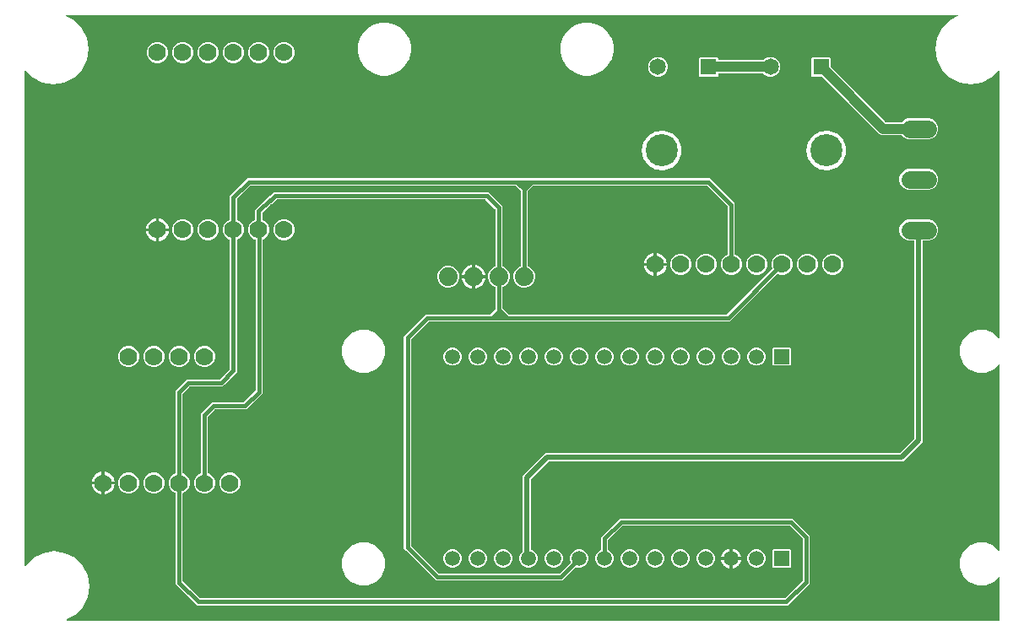
<source format=gbr>
G04 EAGLE Gerber RS-274X export*
G75*
%MOMM*%
%FSLAX34Y34*%
%LPD*%
%INTop Copper*%
%IPPOS*%
%AMOC8*
5,1,8,0,0,1.08239X$1,22.5*%
G01*
%ADD10C,1.879600*%
%ADD11C,1.778000*%
%ADD12R,1.508000X1.508000*%
%ADD13C,1.508000*%
%ADD14R,1.650000X1.650000*%
%ADD15C,1.650000*%
%ADD16C,1.790700*%
%ADD17C,3.216000*%
%ADD18C,0.406400*%
%ADD19C,0.508000*%
%ADD20C,1.016000*%

G36*
X1213364Y55915D02*
X1213364Y55915D01*
X1213389Y55912D01*
X1213484Y55934D01*
X1213581Y55950D01*
X1213602Y55962D01*
X1213626Y55968D01*
X1213710Y56019D01*
X1213796Y56065D01*
X1213813Y56083D01*
X1213834Y56096D01*
X1213896Y56172D01*
X1213963Y56243D01*
X1213973Y56266D01*
X1213989Y56285D01*
X1214023Y56376D01*
X1214064Y56466D01*
X1214066Y56490D01*
X1214075Y56513D01*
X1214089Y56660D01*
X1214089Y99211D01*
X1214077Y99284D01*
X1214075Y99357D01*
X1214058Y99403D01*
X1214050Y99452D01*
X1214015Y99517D01*
X1213989Y99585D01*
X1213958Y99624D01*
X1213935Y99667D01*
X1213881Y99717D01*
X1213834Y99774D01*
X1213793Y99800D01*
X1213757Y99834D01*
X1213690Y99864D01*
X1213627Y99903D01*
X1213579Y99914D01*
X1213534Y99935D01*
X1213461Y99942D01*
X1213390Y99959D01*
X1213341Y99954D01*
X1213291Y99959D01*
X1213220Y99942D01*
X1213147Y99935D01*
X1213102Y99915D01*
X1213054Y99904D01*
X1212991Y99865D01*
X1212924Y99835D01*
X1212868Y99788D01*
X1212846Y99775D01*
X1212836Y99762D01*
X1212810Y99741D01*
X1208058Y94989D01*
X1200189Y91729D01*
X1191671Y91729D01*
X1183802Y94989D01*
X1177779Y101012D01*
X1174519Y108881D01*
X1174519Y117399D01*
X1177779Y125268D01*
X1183802Y131291D01*
X1191671Y134551D01*
X1200189Y134551D01*
X1208058Y131291D01*
X1212810Y126539D01*
X1212870Y126496D01*
X1212924Y126446D01*
X1212968Y126426D01*
X1213009Y126397D01*
X1213079Y126376D01*
X1213146Y126345D01*
X1213195Y126340D01*
X1213242Y126326D01*
X1213315Y126328D01*
X1213389Y126321D01*
X1213437Y126332D01*
X1213486Y126334D01*
X1213555Y126360D01*
X1213626Y126376D01*
X1213668Y126403D01*
X1213714Y126420D01*
X1213771Y126466D01*
X1213834Y126505D01*
X1213865Y126543D01*
X1213903Y126575D01*
X1213942Y126637D01*
X1213989Y126694D01*
X1214006Y126740D01*
X1214032Y126782D01*
X1214049Y126853D01*
X1214075Y126922D01*
X1214082Y126995D01*
X1214088Y127019D01*
X1214086Y127036D01*
X1214089Y127069D01*
X1214089Y312611D01*
X1214077Y312684D01*
X1214075Y312757D01*
X1214058Y312803D01*
X1214050Y312852D01*
X1214015Y312917D01*
X1213989Y312985D01*
X1213958Y313024D01*
X1213935Y313067D01*
X1213881Y313117D01*
X1213834Y313174D01*
X1213793Y313200D01*
X1213757Y313234D01*
X1213690Y313264D01*
X1213627Y313303D01*
X1213579Y313314D01*
X1213534Y313335D01*
X1213461Y313342D01*
X1213390Y313359D01*
X1213341Y313354D01*
X1213291Y313359D01*
X1213220Y313342D01*
X1213147Y313335D01*
X1213102Y313315D01*
X1213054Y313304D01*
X1212991Y313265D01*
X1212924Y313235D01*
X1212868Y313188D01*
X1212846Y313175D01*
X1212836Y313162D01*
X1212810Y313141D01*
X1208058Y308389D01*
X1200189Y305129D01*
X1191671Y305129D01*
X1183802Y308389D01*
X1177779Y314412D01*
X1174519Y322281D01*
X1174519Y330799D01*
X1177779Y338668D01*
X1183802Y344691D01*
X1191671Y347951D01*
X1200189Y347951D01*
X1208058Y344691D01*
X1212810Y339939D01*
X1212870Y339896D01*
X1212924Y339846D01*
X1212968Y339826D01*
X1213009Y339797D01*
X1213079Y339776D01*
X1213146Y339745D01*
X1213195Y339740D01*
X1213242Y339726D01*
X1213315Y339728D01*
X1213389Y339721D01*
X1213437Y339732D01*
X1213486Y339734D01*
X1213555Y339760D01*
X1213626Y339776D01*
X1213668Y339803D01*
X1213714Y339820D01*
X1213771Y339866D01*
X1213834Y339905D01*
X1213865Y339943D01*
X1213903Y339975D01*
X1213942Y340037D01*
X1213989Y340094D01*
X1214006Y340140D01*
X1214032Y340182D01*
X1214049Y340253D01*
X1214075Y340322D01*
X1214082Y340395D01*
X1214088Y340419D01*
X1214086Y340436D01*
X1214089Y340469D01*
X1214089Y607572D01*
X1214077Y607645D01*
X1214075Y607718D01*
X1214058Y607764D01*
X1214050Y607813D01*
X1214015Y607878D01*
X1213989Y607946D01*
X1213958Y607985D01*
X1213935Y608028D01*
X1213881Y608078D01*
X1213834Y608135D01*
X1213793Y608161D01*
X1213757Y608195D01*
X1213690Y608225D01*
X1213627Y608264D01*
X1213579Y608275D01*
X1213534Y608296D01*
X1213461Y608303D01*
X1213390Y608320D01*
X1213341Y608315D01*
X1213291Y608320D01*
X1213220Y608303D01*
X1213147Y608296D01*
X1213102Y608276D01*
X1213054Y608265D01*
X1212991Y608226D01*
X1212924Y608196D01*
X1212868Y608149D01*
X1212846Y608136D01*
X1212836Y608123D01*
X1212810Y608102D01*
X1205787Y601078D01*
X1195876Y596029D01*
X1184890Y594289D01*
X1173904Y596029D01*
X1163993Y601078D01*
X1156128Y608943D01*
X1151079Y618854D01*
X1149339Y629840D01*
X1151079Y640826D01*
X1156128Y650737D01*
X1163993Y658602D01*
X1171983Y662672D01*
X1172038Y662713D01*
X1172099Y662745D01*
X1172136Y662785D01*
X1172179Y662817D01*
X1172218Y662873D01*
X1172265Y662924D01*
X1172288Y662973D01*
X1172319Y663017D01*
X1172338Y663083D01*
X1172366Y663146D01*
X1172372Y663200D01*
X1172387Y663252D01*
X1172383Y663320D01*
X1172390Y663389D01*
X1172378Y663441D01*
X1172376Y663495D01*
X1172351Y663559D01*
X1172335Y663626D01*
X1172306Y663672D01*
X1172287Y663723D01*
X1172243Y663775D01*
X1172206Y663834D01*
X1172164Y663868D01*
X1172130Y663909D01*
X1172071Y663945D01*
X1172018Y663989D01*
X1171967Y664008D01*
X1171921Y664036D01*
X1171854Y664051D01*
X1171790Y664075D01*
X1171706Y664083D01*
X1171682Y664088D01*
X1171669Y664087D01*
X1171643Y664089D01*
X278050Y664089D01*
X277983Y664078D01*
X277914Y664077D01*
X277863Y664058D01*
X277810Y664050D01*
X277749Y664017D01*
X277685Y663994D01*
X277642Y663960D01*
X277594Y663935D01*
X277548Y663884D01*
X277494Y663842D01*
X277465Y663796D01*
X277428Y663757D01*
X277399Y663694D01*
X277362Y663636D01*
X277349Y663584D01*
X277327Y663534D01*
X277320Y663466D01*
X277304Y663399D01*
X277308Y663345D01*
X277303Y663291D01*
X277318Y663225D01*
X277324Y663156D01*
X277346Y663107D01*
X277358Y663054D01*
X277394Y662995D01*
X277422Y662933D01*
X277458Y662892D01*
X277487Y662846D01*
X277540Y662803D01*
X277586Y662752D01*
X277656Y662707D01*
X277675Y662692D01*
X277688Y662687D01*
X277710Y662672D01*
X285857Y658522D01*
X293722Y650657D01*
X298771Y640746D01*
X300511Y629760D01*
X298771Y618774D01*
X293722Y608863D01*
X285857Y600998D01*
X275946Y595949D01*
X264960Y594209D01*
X253974Y595949D01*
X244063Y600998D01*
X237190Y607872D01*
X237130Y607915D01*
X237076Y607965D01*
X237032Y607985D01*
X236991Y608014D01*
X236921Y608035D01*
X236854Y608066D01*
X236805Y608071D01*
X236758Y608085D01*
X236685Y608083D01*
X236611Y608090D01*
X236563Y608079D01*
X236514Y608077D01*
X236445Y608051D01*
X236374Y608035D01*
X236332Y608009D01*
X236286Y607991D01*
X236229Y607945D01*
X236166Y607906D01*
X236135Y607868D01*
X236097Y607837D01*
X236058Y607774D01*
X236011Y607717D01*
X235994Y607671D01*
X235968Y607629D01*
X235951Y607558D01*
X235925Y607489D01*
X235918Y607416D01*
X235912Y607392D01*
X235914Y607375D01*
X235911Y607342D01*
X235911Y111778D01*
X235923Y111705D01*
X235925Y111632D01*
X235942Y111586D01*
X235950Y111537D01*
X235985Y111472D01*
X236011Y111404D01*
X236042Y111365D01*
X236065Y111322D01*
X236119Y111272D01*
X236166Y111215D01*
X236207Y111189D01*
X236243Y111155D01*
X236310Y111125D01*
X236373Y111086D01*
X236421Y111075D01*
X236466Y111054D01*
X236539Y111047D01*
X236610Y111030D01*
X236659Y111035D01*
X236709Y111030D01*
X236780Y111047D01*
X236853Y111054D01*
X236898Y111074D01*
X236946Y111085D01*
X237009Y111124D01*
X237076Y111154D01*
X237132Y111201D01*
X237154Y111214D01*
X237164Y111227D01*
X237190Y111248D01*
X244963Y119022D01*
X254874Y124071D01*
X265860Y125811D01*
X276846Y124071D01*
X286757Y119022D01*
X294622Y111157D01*
X299671Y101246D01*
X301411Y90260D01*
X299671Y79274D01*
X294622Y69363D01*
X286757Y61498D01*
X278571Y57328D01*
X278516Y57287D01*
X278455Y57255D01*
X278418Y57215D01*
X278375Y57183D01*
X278335Y57127D01*
X278288Y57076D01*
X278266Y57027D01*
X278235Y56983D01*
X278216Y56917D01*
X278188Y56854D01*
X278182Y56800D01*
X278167Y56748D01*
X278170Y56680D01*
X278163Y56611D01*
X278176Y56559D01*
X278178Y56505D01*
X278203Y56441D01*
X278219Y56374D01*
X278247Y56328D01*
X278267Y56277D01*
X278311Y56225D01*
X278347Y56166D01*
X278389Y56132D01*
X278424Y56091D01*
X278483Y56055D01*
X278536Y56011D01*
X278586Y55992D01*
X278633Y55964D01*
X278700Y55949D01*
X278764Y55925D01*
X278847Y55917D01*
X278871Y55912D01*
X278885Y55913D01*
X278911Y55911D01*
X1213340Y55911D01*
X1213364Y55915D01*
G37*
%LPC*%
G36*
X408997Y71443D02*
X408997Y71443D01*
X387603Y92837D01*
X387603Y184010D01*
X387583Y184133D01*
X387564Y184250D01*
X387564Y184251D01*
X387502Y184365D01*
X387449Y184465D01*
X387449Y184466D01*
X387365Y184544D01*
X387271Y184632D01*
X387271Y184633D01*
X387270Y184633D01*
X387141Y184702D01*
X385261Y185481D01*
X382331Y188411D01*
X380745Y192238D01*
X380745Y196382D01*
X382331Y200209D01*
X385261Y203139D01*
X387140Y203918D01*
X387141Y203918D01*
X387229Y203973D01*
X387348Y204046D01*
X387348Y204047D01*
X387423Y204138D01*
X387503Y204235D01*
X387545Y204348D01*
X387589Y204463D01*
X387589Y204464D01*
X387589Y204465D01*
X387603Y204610D01*
X387603Y287223D01*
X398577Y298197D01*
X431286Y298197D01*
X431383Y298213D01*
X431480Y298222D01*
X431502Y298232D01*
X431527Y298236D01*
X431613Y298282D01*
X431702Y298323D01*
X431728Y298344D01*
X431742Y298351D01*
X431759Y298370D01*
X431816Y298416D01*
X441724Y308324D01*
X441781Y308403D01*
X441843Y308478D01*
X441851Y308502D01*
X441866Y308522D01*
X441894Y308615D01*
X441929Y308707D01*
X441932Y308740D01*
X441937Y308756D01*
X441936Y308780D01*
X441943Y308854D01*
X441943Y438140D01*
X441923Y438262D01*
X441904Y438380D01*
X441904Y438381D01*
X441842Y438496D01*
X441789Y438595D01*
X441789Y438596D01*
X441705Y438674D01*
X441611Y438762D01*
X441611Y438763D01*
X441610Y438763D01*
X441481Y438832D01*
X439601Y439611D01*
X436671Y442541D01*
X435085Y446368D01*
X435085Y450512D01*
X436671Y454339D01*
X439601Y457269D01*
X441480Y458048D01*
X441481Y458048D01*
X441569Y458103D01*
X441688Y458176D01*
X441688Y458177D01*
X441763Y458268D01*
X441843Y458365D01*
X441885Y458477D01*
X441929Y458593D01*
X441929Y458594D01*
X441929Y458595D01*
X441943Y458740D01*
X441943Y482533D01*
X459537Y500127D01*
X923483Y500127D01*
X948437Y475173D01*
X948437Y424000D01*
X948464Y423836D01*
X948476Y423760D01*
X948476Y423759D01*
X948541Y423639D01*
X948591Y423545D01*
X948591Y423544D01*
X948682Y423460D01*
X948769Y423378D01*
X948769Y423377D01*
X948770Y423377D01*
X948899Y423308D01*
X950779Y422529D01*
X953709Y419599D01*
X955295Y415772D01*
X955295Y411628D01*
X953709Y407801D01*
X950779Y404871D01*
X946952Y403285D01*
X942808Y403285D01*
X938981Y404871D01*
X936051Y407801D01*
X934465Y411628D01*
X934465Y415772D01*
X936051Y419599D01*
X938981Y422529D01*
X940860Y423308D01*
X940861Y423308D01*
X940949Y423363D01*
X941068Y423436D01*
X941068Y423437D01*
X941143Y423528D01*
X941223Y423625D01*
X941265Y423738D01*
X941309Y423853D01*
X941309Y423854D01*
X941309Y423855D01*
X941323Y424000D01*
X941323Y471916D01*
X941307Y472013D01*
X941298Y472110D01*
X941288Y472132D01*
X941284Y472157D01*
X941238Y472243D01*
X941197Y472332D01*
X941176Y472358D01*
X941169Y472372D01*
X941150Y472389D01*
X941104Y472446D01*
X920756Y492794D01*
X920677Y492851D01*
X920602Y492913D01*
X920578Y492921D01*
X920558Y492936D01*
X920465Y492964D01*
X920373Y492999D01*
X920340Y493002D01*
X920324Y493007D01*
X920299Y493006D01*
X920226Y493013D01*
X746784Y493013D01*
X746687Y492997D01*
X746590Y492988D01*
X746568Y492978D01*
X746543Y492974D01*
X746457Y492928D01*
X746368Y492887D01*
X746342Y492866D01*
X746328Y492859D01*
X746311Y492840D01*
X746254Y492794D01*
X740896Y487436D01*
X740839Y487357D01*
X740777Y487282D01*
X740769Y487258D01*
X740754Y487238D01*
X740726Y487145D01*
X740691Y487053D01*
X740688Y487020D01*
X740683Y487004D01*
X740684Y486979D01*
X740677Y486906D01*
X740677Y412300D01*
X740701Y412152D01*
X740716Y412060D01*
X740716Y412059D01*
X740774Y411952D01*
X740831Y411845D01*
X740831Y411844D01*
X740925Y411756D01*
X741009Y411678D01*
X741009Y411677D01*
X741010Y411677D01*
X741139Y411608D01*
X743307Y410710D01*
X746380Y407637D01*
X748043Y403623D01*
X748043Y399277D01*
X746380Y395263D01*
X743307Y392190D01*
X739293Y390527D01*
X734947Y390527D01*
X730933Y392190D01*
X727860Y395263D01*
X726197Y399277D01*
X726197Y403623D01*
X727860Y407637D01*
X730933Y410710D01*
X733100Y411608D01*
X733101Y411608D01*
X733181Y411658D01*
X733308Y411736D01*
X733308Y411737D01*
X733383Y411828D01*
X733463Y411925D01*
X733505Y412037D01*
X733549Y412153D01*
X733549Y412154D01*
X733549Y412155D01*
X733563Y412300D01*
X733563Y487666D01*
X733547Y487763D01*
X733538Y487860D01*
X733528Y487882D01*
X733524Y487907D01*
X733478Y487993D01*
X733437Y488082D01*
X733416Y488108D01*
X733409Y488122D01*
X733390Y488139D01*
X733344Y488196D01*
X728746Y492794D01*
X728667Y492851D01*
X728592Y492913D01*
X728568Y492921D01*
X728548Y492936D01*
X728455Y492964D01*
X728363Y492999D01*
X728330Y493002D01*
X728314Y493007D01*
X728290Y493006D01*
X728216Y493013D01*
X462794Y493013D01*
X462697Y492997D01*
X462600Y492988D01*
X462578Y492978D01*
X462553Y492974D01*
X462467Y492928D01*
X462378Y492887D01*
X462352Y492866D01*
X462338Y492859D01*
X462321Y492840D01*
X462264Y492794D01*
X449276Y479806D01*
X449219Y479727D01*
X449157Y479652D01*
X449149Y479628D01*
X449134Y479608D01*
X449106Y479515D01*
X449071Y479423D01*
X449068Y479390D01*
X449063Y479374D01*
X449064Y479349D01*
X449057Y479276D01*
X449057Y458740D01*
X449084Y458576D01*
X449096Y458500D01*
X449096Y458499D01*
X449161Y458379D01*
X449211Y458285D01*
X449211Y458284D01*
X449299Y458203D01*
X449389Y458118D01*
X449389Y458117D01*
X449390Y458117D01*
X449519Y458048D01*
X451399Y457269D01*
X454329Y454339D01*
X455915Y450512D01*
X455915Y446368D01*
X454329Y442541D01*
X451399Y439611D01*
X449520Y438832D01*
X449519Y438832D01*
X449428Y438775D01*
X449312Y438704D01*
X449312Y438703D01*
X449224Y438596D01*
X449157Y438515D01*
X449096Y438352D01*
X449071Y438287D01*
X449071Y438286D01*
X449071Y438285D01*
X449057Y438140D01*
X449057Y305597D01*
X446754Y303294D01*
X436846Y293386D01*
X434543Y291083D01*
X401834Y291083D01*
X401737Y291067D01*
X401640Y291058D01*
X401618Y291048D01*
X401593Y291044D01*
X401507Y290998D01*
X401418Y290957D01*
X401392Y290936D01*
X401378Y290929D01*
X401361Y290910D01*
X401304Y290864D01*
X394936Y284496D01*
X394879Y284417D01*
X394817Y284342D01*
X394809Y284318D01*
X394794Y284298D01*
X394766Y284205D01*
X394731Y284113D01*
X394728Y284080D01*
X394723Y284064D01*
X394724Y284039D01*
X394717Y283966D01*
X394717Y204610D01*
X394745Y204440D01*
X394756Y204370D01*
X394756Y204369D01*
X394822Y204248D01*
X394871Y204155D01*
X394871Y204154D01*
X394965Y204066D01*
X395049Y203988D01*
X395049Y203987D01*
X395050Y203987D01*
X395179Y203918D01*
X397059Y203139D01*
X399989Y200209D01*
X401575Y196382D01*
X401575Y192238D01*
X399989Y188411D01*
X397059Y185481D01*
X395180Y184702D01*
X395179Y184702D01*
X395088Y184645D01*
X394972Y184574D01*
X394972Y184573D01*
X394884Y184466D01*
X394817Y184385D01*
X394756Y184222D01*
X394731Y184157D01*
X394731Y184156D01*
X394731Y184155D01*
X394717Y184010D01*
X394717Y96094D01*
X394733Y95997D01*
X394742Y95900D01*
X394752Y95878D01*
X394756Y95853D01*
X394802Y95767D01*
X394843Y95678D01*
X394864Y95652D01*
X394871Y95638D01*
X394890Y95621D01*
X394936Y95564D01*
X411724Y78776D01*
X411803Y78719D01*
X411878Y78657D01*
X411902Y78649D01*
X411922Y78634D01*
X412015Y78606D01*
X412107Y78571D01*
X412140Y78568D01*
X412156Y78563D01*
X412181Y78564D01*
X412254Y78557D01*
X998216Y78557D01*
X998313Y78573D01*
X998410Y78582D01*
X998432Y78592D01*
X998457Y78596D01*
X998543Y78642D01*
X998632Y78683D01*
X998658Y78704D01*
X998672Y78711D01*
X998689Y78730D01*
X998746Y78776D01*
X1016224Y96254D01*
X1016281Y96333D01*
X1016343Y96408D01*
X1016351Y96432D01*
X1016366Y96452D01*
X1016394Y96545D01*
X1016429Y96637D01*
X1016432Y96670D01*
X1016437Y96686D01*
X1016436Y96711D01*
X1016443Y96784D01*
X1016443Y138216D01*
X1016427Y138313D01*
X1016418Y138410D01*
X1016408Y138432D01*
X1016404Y138457D01*
X1016358Y138543D01*
X1016317Y138632D01*
X1016296Y138658D01*
X1016289Y138672D01*
X1016270Y138689D01*
X1016224Y138746D01*
X1003746Y151224D01*
X1003667Y151281D01*
X1003592Y151343D01*
X1003568Y151351D01*
X1003548Y151366D01*
X1003455Y151394D01*
X1003363Y151429D01*
X1003330Y151432D01*
X1003314Y151437D01*
X1003289Y151436D01*
X1003216Y151443D01*
X835994Y151443D01*
X835897Y151427D01*
X835800Y151418D01*
X835778Y151408D01*
X835753Y151404D01*
X835667Y151358D01*
X835578Y151317D01*
X835552Y151296D01*
X835538Y151289D01*
X835521Y151270D01*
X835464Y151224D01*
X821480Y137240D01*
X821423Y137161D01*
X821361Y137086D01*
X821353Y137062D01*
X821338Y137042D01*
X821310Y136949D01*
X821275Y136857D01*
X821272Y136824D01*
X821267Y136808D01*
X821268Y136783D01*
X821261Y136710D01*
X821261Y127333D01*
X821286Y127182D01*
X821300Y127093D01*
X821300Y127092D01*
X821371Y126960D01*
X821415Y126877D01*
X821499Y126799D01*
X821593Y126710D01*
X821594Y126710D01*
X821723Y126641D01*
X822839Y126179D01*
X825389Y123629D01*
X826769Y120297D01*
X826769Y116691D01*
X825389Y113359D01*
X822839Y110809D01*
X819507Y109429D01*
X815901Y109429D01*
X812569Y110809D01*
X810019Y113359D01*
X808639Y116691D01*
X808639Y120297D01*
X810019Y123629D01*
X812569Y126179D01*
X813684Y126641D01*
X813685Y126641D01*
X813770Y126694D01*
X813892Y126769D01*
X813892Y126770D01*
X813963Y126856D01*
X814047Y126958D01*
X814096Y127089D01*
X814133Y127186D01*
X814133Y127187D01*
X814133Y127188D01*
X814147Y127333D01*
X814147Y139967D01*
X832737Y158557D01*
X1006473Y158557D01*
X1023557Y141473D01*
X1023557Y93527D01*
X1001473Y71443D01*
X408997Y71443D01*
G37*
%LPD*%
%LPC*%
G36*
X648527Y96443D02*
X648527Y96443D01*
X646224Y98746D01*
X618746Y126224D01*
X616443Y128527D01*
X616443Y341473D01*
X638527Y363557D01*
X703216Y363557D01*
X703313Y363573D01*
X703410Y363582D01*
X703432Y363592D01*
X703457Y363596D01*
X703543Y363642D01*
X703632Y363683D01*
X703658Y363704D01*
X703672Y363711D01*
X703689Y363730D01*
X703746Y363776D01*
X707944Y367974D01*
X708001Y368053D01*
X708063Y368128D01*
X708071Y368152D01*
X708086Y368172D01*
X708114Y368265D01*
X708149Y368357D01*
X708152Y368390D01*
X708157Y368406D01*
X708156Y368430D01*
X708163Y368504D01*
X708163Y390600D01*
X708143Y390725D01*
X708124Y390840D01*
X708124Y390841D01*
X708066Y390948D01*
X708009Y391055D01*
X708009Y391056D01*
X707925Y391134D01*
X707831Y391222D01*
X707831Y391223D01*
X707830Y391223D01*
X707701Y391292D01*
X705533Y392190D01*
X702460Y395263D01*
X700797Y399277D01*
X700797Y403623D01*
X702460Y407637D01*
X705533Y410710D01*
X707700Y411608D01*
X707701Y411608D01*
X707781Y411658D01*
X707908Y411736D01*
X707908Y411737D01*
X707983Y411828D01*
X708063Y411925D01*
X708105Y412037D01*
X708149Y412153D01*
X708149Y412154D01*
X708149Y412155D01*
X708163Y412300D01*
X708163Y468866D01*
X708147Y468963D01*
X708138Y469060D01*
X708128Y469082D01*
X708124Y469107D01*
X708078Y469193D01*
X708037Y469282D01*
X708016Y469308D01*
X708009Y469322D01*
X707990Y469339D01*
X707944Y469396D01*
X698516Y478824D01*
X698437Y478881D01*
X698362Y478943D01*
X698338Y478951D01*
X698318Y478966D01*
X698225Y478994D01*
X698133Y479029D01*
X698100Y479032D01*
X698084Y479037D01*
X698059Y479036D01*
X697986Y479043D01*
X489464Y479043D01*
X489367Y479027D01*
X489270Y479018D01*
X489248Y479008D01*
X489223Y479004D01*
X489137Y478958D01*
X489048Y478917D01*
X489022Y478896D01*
X489008Y478889D01*
X488991Y478870D01*
X488934Y478824D01*
X484073Y473963D01*
X483114Y473963D01*
X483017Y473947D01*
X482920Y473938D01*
X482898Y473928D01*
X482873Y473924D01*
X482787Y473878D01*
X482698Y473837D01*
X482672Y473816D01*
X482658Y473809D01*
X482641Y473790D01*
X482584Y473744D01*
X474676Y465836D01*
X474619Y465757D01*
X474557Y465682D01*
X474549Y465658D01*
X474534Y465638D01*
X474506Y465545D01*
X474471Y465453D01*
X474468Y465420D01*
X474463Y465404D01*
X474464Y465379D01*
X474457Y465306D01*
X474457Y458740D01*
X474484Y458576D01*
X474496Y458500D01*
X474496Y458499D01*
X474561Y458379D01*
X474611Y458285D01*
X474611Y458284D01*
X474699Y458203D01*
X474789Y458118D01*
X474789Y458117D01*
X474790Y458117D01*
X474919Y458048D01*
X476799Y457269D01*
X479729Y454339D01*
X481315Y450512D01*
X481315Y446368D01*
X479729Y442541D01*
X476799Y439611D01*
X475190Y438944D01*
X475189Y438944D01*
X475099Y438887D01*
X474982Y438815D01*
X474903Y438718D01*
X474827Y438627D01*
X474827Y438626D01*
X474777Y438492D01*
X474741Y438399D01*
X474741Y438398D01*
X474741Y438397D01*
X474727Y438252D01*
X474727Y284277D01*
X458673Y268223D01*
X427234Y268223D01*
X427137Y268207D01*
X427040Y268198D01*
X427018Y268188D01*
X426993Y268184D01*
X426907Y268138D01*
X426818Y268097D01*
X426792Y268076D01*
X426778Y268069D01*
X426761Y268050D01*
X426704Y268004D01*
X420336Y261636D01*
X420279Y261557D01*
X420217Y261482D01*
X420209Y261458D01*
X420194Y261438D01*
X420166Y261345D01*
X420131Y261253D01*
X420128Y261220D01*
X420123Y261204D01*
X420124Y261179D01*
X420117Y261106D01*
X420117Y204610D01*
X420145Y204440D01*
X420156Y204370D01*
X420156Y204369D01*
X420222Y204248D01*
X420271Y204155D01*
X420271Y204154D01*
X420365Y204066D01*
X420449Y203988D01*
X420449Y203987D01*
X420450Y203987D01*
X420579Y203918D01*
X422459Y203139D01*
X425389Y200209D01*
X426975Y196382D01*
X426975Y192238D01*
X425389Y188411D01*
X422459Y185481D01*
X418632Y183895D01*
X414488Y183895D01*
X410661Y185481D01*
X407731Y188411D01*
X406145Y192238D01*
X406145Y196382D01*
X407731Y200209D01*
X410661Y203139D01*
X412540Y203918D01*
X412541Y203918D01*
X412629Y203973D01*
X412748Y204046D01*
X412748Y204047D01*
X412823Y204138D01*
X412903Y204235D01*
X412945Y204348D01*
X412989Y204463D01*
X412989Y204464D01*
X412989Y204465D01*
X413003Y204610D01*
X413003Y264363D01*
X423977Y275337D01*
X455416Y275337D01*
X455513Y275353D01*
X455610Y275362D01*
X455632Y275372D01*
X455657Y275376D01*
X455743Y275422D01*
X455832Y275463D01*
X455858Y275484D01*
X455872Y275491D01*
X455889Y275510D01*
X455946Y275556D01*
X467394Y287004D01*
X467451Y287083D01*
X467513Y287158D01*
X467521Y287182D01*
X467536Y287202D01*
X467564Y287295D01*
X467599Y287387D01*
X467602Y287420D01*
X467607Y287436D01*
X467606Y287461D01*
X467613Y287534D01*
X467613Y438028D01*
X467609Y438055D01*
X467611Y438077D01*
X467591Y438163D01*
X467574Y438268D01*
X467574Y438269D01*
X467561Y438292D01*
X467556Y438314D01*
X467508Y438391D01*
X467459Y438483D01*
X467459Y438484D01*
X467439Y438502D01*
X467427Y438522D01*
X467355Y438581D01*
X467281Y438650D01*
X467281Y438651D01*
X467280Y438651D01*
X467251Y438666D01*
X467239Y438677D01*
X467216Y438685D01*
X467151Y438720D01*
X465001Y439611D01*
X462071Y442541D01*
X460485Y446368D01*
X460485Y450512D01*
X462071Y454339D01*
X465001Y457269D01*
X466880Y458048D01*
X466881Y458048D01*
X466969Y458103D01*
X467088Y458176D01*
X467088Y458177D01*
X467163Y458268D01*
X467243Y458365D01*
X467285Y458477D01*
X467329Y458593D01*
X467329Y458594D01*
X467329Y458595D01*
X467343Y458740D01*
X467343Y468563D01*
X481127Y482347D01*
X482086Y482347D01*
X482183Y482363D01*
X482280Y482372D01*
X482302Y482382D01*
X482327Y482386D01*
X482413Y482432D01*
X482502Y482473D01*
X482528Y482494D01*
X482542Y482501D01*
X482559Y482520D01*
X482616Y482566D01*
X486207Y486157D01*
X701243Y486157D01*
X715277Y472123D01*
X715277Y412300D01*
X715301Y412152D01*
X715316Y412060D01*
X715316Y412059D01*
X715374Y411952D01*
X715431Y411845D01*
X715431Y411844D01*
X715525Y411756D01*
X715609Y411678D01*
X715609Y411677D01*
X715610Y411677D01*
X715739Y411608D01*
X717907Y410710D01*
X720980Y407637D01*
X722643Y403623D01*
X722643Y399277D01*
X720980Y395263D01*
X717907Y392190D01*
X715740Y391292D01*
X715739Y391292D01*
X715651Y391237D01*
X715532Y391164D01*
X715532Y391163D01*
X715444Y391056D01*
X715377Y390975D01*
X715326Y390840D01*
X715291Y390747D01*
X715291Y390746D01*
X715291Y390745D01*
X715277Y390600D01*
X715277Y370064D01*
X715293Y369967D01*
X715302Y369870D01*
X715312Y369848D01*
X715316Y369823D01*
X715362Y369737D01*
X715403Y369648D01*
X715424Y369622D01*
X715431Y369608D01*
X715450Y369591D01*
X715496Y369534D01*
X721254Y363776D01*
X721333Y363719D01*
X721408Y363657D01*
X721432Y363649D01*
X721452Y363634D01*
X721545Y363606D01*
X721637Y363571D01*
X721670Y363568D01*
X721686Y363563D01*
X721711Y363564D01*
X721784Y363557D01*
X940196Y363557D01*
X940293Y363573D01*
X940390Y363582D01*
X940412Y363592D01*
X940437Y363596D01*
X940523Y363642D01*
X940612Y363683D01*
X940638Y363704D01*
X940652Y363711D01*
X940669Y363730D01*
X940726Y363776D01*
X985882Y408932D01*
X985948Y409024D01*
X986024Y409130D01*
X986052Y409221D01*
X986095Y409363D01*
X986091Y409487D01*
X986087Y409607D01*
X986086Y409608D01*
X986044Y409748D01*
X985265Y411628D01*
X985265Y415772D01*
X986851Y419599D01*
X989781Y422529D01*
X993608Y424115D01*
X997752Y424115D01*
X1001579Y422529D01*
X1004509Y419599D01*
X1006095Y415772D01*
X1006095Y411628D01*
X1004509Y407801D01*
X1001579Y404871D01*
X997752Y403285D01*
X993608Y403285D01*
X991728Y404064D01*
X991609Y404092D01*
X991491Y404119D01*
X991491Y404120D01*
X991362Y404107D01*
X991248Y404096D01*
X991136Y404045D01*
X991026Y403995D01*
X991025Y403995D01*
X991025Y403994D01*
X990912Y403902D01*
X945756Y358746D01*
X943453Y356443D01*
X641784Y356443D01*
X641687Y356427D01*
X641590Y356418D01*
X641568Y356408D01*
X641543Y356404D01*
X641457Y356358D01*
X641368Y356317D01*
X641342Y356296D01*
X641328Y356289D01*
X641311Y356270D01*
X641254Y356224D01*
X623776Y338746D01*
X623719Y338667D01*
X623657Y338592D01*
X623649Y338568D01*
X623634Y338548D01*
X623606Y338455D01*
X623571Y338363D01*
X623568Y338330D01*
X623563Y338314D01*
X623564Y338289D01*
X623557Y338216D01*
X623557Y131784D01*
X623573Y131687D01*
X623582Y131590D01*
X623592Y131568D01*
X623596Y131543D01*
X623642Y131457D01*
X623683Y131368D01*
X623704Y131342D01*
X623711Y131328D01*
X623730Y131311D01*
X623776Y131254D01*
X651254Y103776D01*
X651333Y103719D01*
X651408Y103657D01*
X651432Y103649D01*
X651452Y103634D01*
X651545Y103606D01*
X651637Y103571D01*
X651670Y103568D01*
X651686Y103563D01*
X651710Y103564D01*
X651784Y103557D01*
X772026Y103557D01*
X772123Y103573D01*
X772220Y103582D01*
X772242Y103592D01*
X772267Y103596D01*
X772353Y103642D01*
X772442Y103683D01*
X772468Y103704D01*
X772482Y103711D01*
X772499Y103730D01*
X772556Y103776D01*
X783539Y114759D01*
X783626Y114881D01*
X783681Y114957D01*
X783713Y115062D01*
X783752Y115190D01*
X783752Y115191D01*
X783749Y115296D01*
X783744Y115434D01*
X783744Y115435D01*
X783744Y115436D01*
X783701Y115575D01*
X783239Y116691D01*
X783239Y120297D01*
X784619Y123629D01*
X787169Y126179D01*
X790501Y127559D01*
X794107Y127559D01*
X797439Y126179D01*
X799989Y123629D01*
X801369Y120297D01*
X801369Y116691D01*
X799989Y113359D01*
X797439Y110809D01*
X794107Y109429D01*
X790501Y109429D01*
X789385Y109891D01*
X789266Y109919D01*
X789148Y109947D01*
X789019Y109934D01*
X788905Y109923D01*
X788794Y109873D01*
X788683Y109823D01*
X788683Y109822D01*
X788682Y109822D01*
X788569Y109729D01*
X775283Y96443D01*
X648527Y96443D01*
G37*
%LPD*%
%LPC*%
G36*
X739701Y109429D02*
X739701Y109429D01*
X736369Y110809D01*
X733819Y113359D01*
X732439Y116691D01*
X732439Y120297D01*
X733819Y123629D01*
X735716Y125525D01*
X735773Y125605D01*
X735835Y125680D01*
X735843Y125703D01*
X735858Y125724D01*
X735886Y125817D01*
X735921Y125908D01*
X735924Y125941D01*
X735929Y125957D01*
X735928Y125982D01*
X735935Y126055D01*
X735935Y201684D01*
X758316Y224065D01*
X1113446Y224065D01*
X1113542Y224081D01*
X1113639Y224090D01*
X1113662Y224100D01*
X1113687Y224104D01*
X1113773Y224150D01*
X1113862Y224191D01*
X1113887Y224212D01*
X1113902Y224219D01*
X1113919Y224238D01*
X1113976Y224284D01*
X1128556Y238864D01*
X1128613Y238944D01*
X1128675Y239019D01*
X1128683Y239042D01*
X1128698Y239063D01*
X1128726Y239156D01*
X1128761Y239247D01*
X1128764Y239280D01*
X1128769Y239296D01*
X1128768Y239321D01*
X1128775Y239394D01*
X1128775Y437083D01*
X1128771Y437107D01*
X1128774Y437131D01*
X1128752Y437227D01*
X1128736Y437323D01*
X1128724Y437345D01*
X1128718Y437369D01*
X1128667Y437452D01*
X1128621Y437538D01*
X1128603Y437555D01*
X1128590Y437576D01*
X1128514Y437638D01*
X1128443Y437705D01*
X1128420Y437715D01*
X1128401Y437731D01*
X1128310Y437766D01*
X1128220Y437806D01*
X1128196Y437809D01*
X1128173Y437817D01*
X1128026Y437832D01*
X1121802Y437832D01*
X1117951Y439427D01*
X1115003Y442375D01*
X1113408Y446226D01*
X1113408Y450394D01*
X1115003Y454245D01*
X1117951Y457193D01*
X1121802Y458788D01*
X1143878Y458788D01*
X1147729Y457193D01*
X1150677Y454245D01*
X1152272Y450394D01*
X1152272Y446226D01*
X1150677Y442375D01*
X1147729Y439427D01*
X1143878Y437832D01*
X1137654Y437832D01*
X1137630Y437828D01*
X1137605Y437830D01*
X1137510Y437808D01*
X1137413Y437792D01*
X1137392Y437780D01*
X1137368Y437775D01*
X1137284Y437723D01*
X1137198Y437677D01*
X1137181Y437659D01*
X1137160Y437646D01*
X1137098Y437571D01*
X1137031Y437499D01*
X1137021Y437477D01*
X1137005Y437458D01*
X1136971Y437366D01*
X1136930Y437277D01*
X1136928Y437252D01*
X1136919Y437229D01*
X1136905Y437083D01*
X1136905Y235716D01*
X1117124Y215935D01*
X761994Y215935D01*
X761898Y215919D01*
X761801Y215910D01*
X761778Y215900D01*
X761753Y215896D01*
X761667Y215850D01*
X761578Y215809D01*
X761553Y215788D01*
X761538Y215781D01*
X761521Y215762D01*
X761464Y215716D01*
X744284Y198536D01*
X744227Y198456D01*
X744165Y198381D01*
X744157Y198358D01*
X744142Y198337D01*
X744114Y198244D01*
X744079Y198153D01*
X744076Y198120D01*
X744071Y198104D01*
X744072Y198079D01*
X744065Y198006D01*
X744065Y127746D01*
X744089Y127599D01*
X744104Y127505D01*
X744166Y127390D01*
X744219Y127290D01*
X744303Y127211D01*
X744397Y127123D01*
X744398Y127122D01*
X744527Y127053D01*
X746639Y126179D01*
X749189Y123629D01*
X750569Y120297D01*
X750569Y116691D01*
X749189Y113359D01*
X746639Y110809D01*
X743307Y109429D01*
X739701Y109429D01*
G37*
%LPD*%
%LPC*%
G36*
X1121802Y539432D02*
X1121802Y539432D01*
X1117951Y541027D01*
X1115892Y543086D01*
X1115813Y543143D01*
X1115738Y543205D01*
X1115714Y543213D01*
X1115694Y543228D01*
X1115601Y543256D01*
X1115509Y543291D01*
X1115476Y543294D01*
X1115460Y543299D01*
X1115436Y543298D01*
X1115362Y543305D01*
X1095966Y543305D01*
X1093539Y544311D01*
X1035704Y602146D01*
X1035624Y602203D01*
X1035549Y602265D01*
X1035526Y602273D01*
X1035505Y602288D01*
X1035412Y602316D01*
X1035321Y602351D01*
X1035288Y602354D01*
X1035272Y602359D01*
X1035247Y602358D01*
X1035174Y602365D01*
X1026168Y602365D01*
X1025275Y603258D01*
X1025275Y621022D01*
X1026168Y621915D01*
X1043932Y621915D01*
X1044825Y621022D01*
X1044825Y612016D01*
X1044841Y611920D01*
X1044850Y611823D01*
X1044860Y611800D01*
X1044864Y611775D01*
X1044910Y611689D01*
X1044951Y611601D01*
X1044972Y611575D01*
X1044979Y611560D01*
X1044998Y611543D01*
X1045044Y611486D01*
X1099796Y556734D01*
X1099876Y556677D01*
X1099951Y556615D01*
X1099974Y556607D01*
X1099995Y556592D01*
X1100088Y556564D01*
X1100179Y556529D01*
X1100212Y556526D01*
X1100228Y556521D01*
X1100253Y556522D01*
X1100326Y556515D01*
X1115362Y556515D01*
X1115459Y556531D01*
X1115556Y556540D01*
X1115578Y556550D01*
X1115603Y556554D01*
X1115689Y556600D01*
X1115778Y556641D01*
X1115804Y556662D01*
X1115818Y556669D01*
X1115835Y556688D01*
X1115892Y556734D01*
X1117951Y558793D01*
X1121802Y560388D01*
X1143878Y560388D01*
X1147729Y558793D01*
X1150677Y555845D01*
X1152272Y551994D01*
X1152272Y547826D01*
X1150677Y543975D01*
X1147729Y541027D01*
X1143878Y539432D01*
X1121802Y539432D01*
G37*
%LPD*%
%LPC*%
G36*
X796589Y603249D02*
X796589Y603249D01*
X789805Y605067D01*
X783724Y608578D01*
X778758Y613544D01*
X775247Y619625D01*
X773429Y626409D01*
X773429Y633431D01*
X773618Y634137D01*
X773619Y634137D01*
X773619Y634138D01*
X773819Y634887D01*
X774020Y635636D01*
X774221Y636385D01*
X774421Y637134D01*
X774422Y637134D01*
X774422Y637135D01*
X774823Y638633D01*
X775024Y639382D01*
X775247Y640215D01*
X778758Y646296D01*
X783724Y651262D01*
X789805Y654773D01*
X796589Y656591D01*
X803611Y656591D01*
X810395Y654773D01*
X816476Y651262D01*
X821442Y646296D01*
X824953Y640215D01*
X826771Y633431D01*
X826771Y626409D01*
X826737Y626284D01*
X826537Y625535D01*
X826135Y624037D01*
X826135Y624036D01*
X825934Y623287D01*
X825533Y621789D01*
X825332Y621040D01*
X825332Y621039D01*
X824953Y619625D01*
X821442Y613544D01*
X816476Y608578D01*
X810395Y605067D01*
X803611Y603249D01*
X796589Y603249D01*
G37*
%LPD*%
%LPC*%
G36*
X593389Y603249D02*
X593389Y603249D01*
X586605Y605067D01*
X580524Y608578D01*
X575558Y613544D01*
X572047Y619625D01*
X570229Y626409D01*
X570229Y633431D01*
X570418Y634137D01*
X570419Y634137D01*
X570419Y634138D01*
X570619Y634887D01*
X570820Y635636D01*
X571021Y636385D01*
X571221Y637134D01*
X571222Y637134D01*
X571222Y637135D01*
X571623Y638633D01*
X571824Y639382D01*
X572047Y640215D01*
X575558Y646296D01*
X580524Y651262D01*
X586605Y654773D01*
X593389Y656591D01*
X600411Y656591D01*
X607195Y654773D01*
X613276Y651262D01*
X618242Y646296D01*
X621753Y640215D01*
X623571Y633431D01*
X623571Y626409D01*
X623537Y626284D01*
X623337Y625535D01*
X622935Y624037D01*
X622935Y624036D01*
X622734Y623287D01*
X622333Y621789D01*
X622132Y621040D01*
X622132Y621039D01*
X621753Y619625D01*
X618242Y613544D01*
X613276Y608578D01*
X607195Y605067D01*
X600411Y603249D01*
X593389Y603249D01*
G37*
%LPD*%
%LPC*%
G36*
X571871Y305129D02*
X571871Y305129D01*
X564002Y308389D01*
X557979Y314412D01*
X554719Y322281D01*
X554719Y330799D01*
X557979Y338668D01*
X564002Y344691D01*
X571871Y347951D01*
X580389Y347951D01*
X588258Y344691D01*
X594281Y338668D01*
X597541Y330799D01*
X597541Y322281D01*
X594281Y314412D01*
X588258Y308389D01*
X580389Y305129D01*
X571871Y305129D01*
G37*
%LPD*%
%LPC*%
G36*
X571871Y91729D02*
X571871Y91729D01*
X564002Y94989D01*
X557979Y101012D01*
X554719Y108881D01*
X554719Y117399D01*
X557979Y125268D01*
X564002Y131291D01*
X571871Y134551D01*
X580389Y134551D01*
X588258Y131291D01*
X594281Y125268D01*
X597541Y117399D01*
X597541Y108881D01*
X594281Y101012D01*
X588258Y94989D01*
X580389Y91729D01*
X571871Y91729D01*
G37*
%LPD*%
%LPC*%
G36*
X913138Y602365D02*
X913138Y602365D01*
X912245Y603258D01*
X912245Y621022D01*
X913138Y621915D01*
X930902Y621915D01*
X931795Y621022D01*
X931795Y619494D01*
X931799Y619470D01*
X931796Y619445D01*
X931818Y619350D01*
X931834Y619253D01*
X931846Y619232D01*
X931852Y619208D01*
X931903Y619124D01*
X931949Y619038D01*
X931967Y619021D01*
X931980Y619000D01*
X932056Y618938D01*
X932127Y618871D01*
X932150Y618861D01*
X932169Y618845D01*
X932260Y618811D01*
X932350Y618770D01*
X932374Y618768D01*
X932397Y618759D01*
X932544Y618745D01*
X976721Y618745D01*
X976817Y618761D01*
X976914Y618770D01*
X976937Y618780D01*
X976962Y618784D01*
X977048Y618830D01*
X977136Y618871D01*
X977162Y618892D01*
X977177Y618899D01*
X977194Y618918D01*
X977251Y618964D01*
X978713Y620427D01*
X982306Y621915D01*
X986194Y621915D01*
X989787Y620427D01*
X992537Y617677D01*
X994025Y614084D01*
X994025Y610196D01*
X992537Y606603D01*
X989787Y603853D01*
X986194Y602365D01*
X982306Y602365D01*
X978713Y603853D01*
X977251Y605316D01*
X977171Y605373D01*
X977096Y605435D01*
X977073Y605443D01*
X977052Y605458D01*
X976959Y605486D01*
X976868Y605521D01*
X976835Y605524D01*
X976819Y605529D01*
X976794Y605528D01*
X976721Y605535D01*
X932544Y605535D01*
X932520Y605531D01*
X932495Y605534D01*
X932400Y605512D01*
X932303Y605496D01*
X932282Y605484D01*
X932258Y605478D01*
X932174Y605427D01*
X932088Y605381D01*
X932071Y605363D01*
X932050Y605350D01*
X931988Y605274D01*
X931921Y605203D01*
X931911Y605180D01*
X931895Y605161D01*
X931861Y605070D01*
X931820Y604980D01*
X931818Y604956D01*
X931809Y604933D01*
X931795Y604786D01*
X931795Y603258D01*
X930902Y602365D01*
X913138Y602365D01*
G37*
%LPD*%
%LPC*%
G36*
X868805Y508842D02*
X868805Y508842D01*
X861551Y513030D01*
X856628Y519807D01*
X854886Y528000D01*
X856628Y536193D01*
X861551Y542970D01*
X868805Y547158D01*
X877136Y548034D01*
X885102Y545445D01*
X891327Y539840D01*
X894734Y532188D01*
X894734Y523812D01*
X891327Y516160D01*
X885102Y510555D01*
X877136Y507966D01*
X868805Y508842D01*
G37*
%LPD*%
%LPC*%
G36*
X1033905Y508842D02*
X1033905Y508842D01*
X1026651Y513030D01*
X1021728Y519807D01*
X1019986Y528000D01*
X1021728Y536193D01*
X1026651Y542970D01*
X1033905Y547158D01*
X1042236Y548034D01*
X1050202Y545445D01*
X1056427Y539840D01*
X1059834Y532188D01*
X1059834Y523812D01*
X1056427Y516160D01*
X1050202Y510555D01*
X1042236Y507966D01*
X1033905Y508842D01*
G37*
%LPD*%
%LPC*%
G36*
X1121802Y488632D02*
X1121802Y488632D01*
X1117951Y490227D01*
X1115003Y493175D01*
X1113408Y497026D01*
X1113408Y501194D01*
X1115003Y505045D01*
X1117951Y507993D01*
X1121802Y509588D01*
X1143878Y509588D01*
X1147729Y507993D01*
X1150677Y505045D01*
X1152272Y501194D01*
X1152272Y497026D01*
X1150677Y493175D01*
X1147729Y490227D01*
X1143878Y488632D01*
X1121802Y488632D01*
G37*
%LPD*%
%LPC*%
G36*
X658747Y390527D02*
X658747Y390527D01*
X654733Y392190D01*
X651660Y395263D01*
X649997Y399277D01*
X649997Y403623D01*
X651660Y407637D01*
X654733Y410710D01*
X658747Y412373D01*
X663093Y412373D01*
X667107Y410710D01*
X670180Y407637D01*
X671843Y403623D01*
X671843Y399277D01*
X670180Y395263D01*
X667107Y392190D01*
X663093Y390527D01*
X658747Y390527D01*
G37*
%LPD*%
%LPC*%
G36*
X494228Y615825D02*
X494228Y615825D01*
X490401Y617411D01*
X487471Y620341D01*
X485885Y624168D01*
X485885Y628312D01*
X487471Y632139D01*
X490401Y635069D01*
X494228Y636655D01*
X498372Y636655D01*
X502199Y635069D01*
X505129Y632139D01*
X506715Y628312D01*
X506715Y624168D01*
X505129Y620341D01*
X502199Y617411D01*
X498372Y615825D01*
X494228Y615825D01*
G37*
%LPD*%
%LPC*%
G36*
X468828Y615825D02*
X468828Y615825D01*
X465001Y617411D01*
X462071Y620341D01*
X460485Y624168D01*
X460485Y628312D01*
X462071Y632139D01*
X465001Y635069D01*
X468828Y636655D01*
X472972Y636655D01*
X476799Y635069D01*
X479729Y632139D01*
X481315Y628312D01*
X481315Y624168D01*
X479729Y620341D01*
X476799Y617411D01*
X472972Y615825D01*
X468828Y615825D01*
G37*
%LPD*%
%LPC*%
G36*
X392628Y615825D02*
X392628Y615825D01*
X388801Y617411D01*
X385871Y620341D01*
X384285Y624168D01*
X384285Y628312D01*
X385871Y632139D01*
X388801Y635069D01*
X392628Y636655D01*
X396772Y636655D01*
X400599Y635069D01*
X403529Y632139D01*
X405115Y628312D01*
X405115Y624168D01*
X403529Y620341D01*
X400599Y617411D01*
X396772Y615825D01*
X392628Y615825D01*
G37*
%LPD*%
%LPC*%
G36*
X418028Y615825D02*
X418028Y615825D01*
X414201Y617411D01*
X411271Y620341D01*
X409685Y624168D01*
X409685Y628312D01*
X411271Y632139D01*
X414201Y635069D01*
X418028Y636655D01*
X422172Y636655D01*
X425999Y635069D01*
X428929Y632139D01*
X430515Y628312D01*
X430515Y624168D01*
X428929Y620341D01*
X425999Y617411D01*
X422172Y615825D01*
X418028Y615825D01*
G37*
%LPD*%
%LPC*%
G36*
X367228Y615825D02*
X367228Y615825D01*
X363401Y617411D01*
X360471Y620341D01*
X358885Y624168D01*
X358885Y628312D01*
X360471Y632139D01*
X363401Y635069D01*
X367228Y636655D01*
X371372Y636655D01*
X375199Y635069D01*
X378129Y632139D01*
X379715Y628312D01*
X379715Y624168D01*
X378129Y620341D01*
X375199Y617411D01*
X371372Y615825D01*
X367228Y615825D01*
G37*
%LPD*%
%LPC*%
G36*
X443428Y615825D02*
X443428Y615825D01*
X439601Y617411D01*
X436671Y620341D01*
X435085Y624168D01*
X435085Y628312D01*
X436671Y632139D01*
X439601Y635069D01*
X443428Y636655D01*
X447572Y636655D01*
X451399Y635069D01*
X454329Y632139D01*
X455915Y628312D01*
X455915Y624168D01*
X454329Y620341D01*
X451399Y617411D01*
X447572Y615825D01*
X443428Y615825D01*
G37*
%LPD*%
%LPC*%
G36*
X494228Y438025D02*
X494228Y438025D01*
X490401Y439611D01*
X487471Y442541D01*
X485885Y446368D01*
X485885Y450512D01*
X487471Y454339D01*
X490401Y457269D01*
X494228Y458855D01*
X498372Y458855D01*
X502199Y457269D01*
X505129Y454339D01*
X506715Y450512D01*
X506715Y446368D01*
X505129Y442541D01*
X502199Y439611D01*
X498372Y438025D01*
X494228Y438025D01*
G37*
%LPD*%
%LPC*%
G36*
X414488Y310895D02*
X414488Y310895D01*
X410661Y312481D01*
X407731Y315411D01*
X406145Y319238D01*
X406145Y323382D01*
X407731Y327209D01*
X410661Y330139D01*
X414488Y331725D01*
X418632Y331725D01*
X422459Y330139D01*
X425389Y327209D01*
X426975Y323382D01*
X426975Y319238D01*
X425389Y315411D01*
X422459Y312481D01*
X418632Y310895D01*
X414488Y310895D01*
G37*
%LPD*%
%LPC*%
G36*
X389088Y310895D02*
X389088Y310895D01*
X385261Y312481D01*
X382331Y315411D01*
X380745Y319238D01*
X380745Y323382D01*
X382331Y327209D01*
X385261Y330139D01*
X389088Y331725D01*
X393232Y331725D01*
X397059Y330139D01*
X399989Y327209D01*
X401575Y323382D01*
X401575Y319238D01*
X399989Y315411D01*
X397059Y312481D01*
X393232Y310895D01*
X389088Y310895D01*
G37*
%LPD*%
%LPC*%
G36*
X418028Y438025D02*
X418028Y438025D01*
X414201Y439611D01*
X411271Y442541D01*
X409685Y446368D01*
X409685Y450512D01*
X411271Y454339D01*
X414201Y457269D01*
X418028Y458855D01*
X422172Y458855D01*
X425999Y457269D01*
X428929Y454339D01*
X430515Y450512D01*
X430515Y446368D01*
X428929Y442541D01*
X425999Y439611D01*
X422172Y438025D01*
X418028Y438025D01*
G37*
%LPD*%
%LPC*%
G36*
X363688Y310895D02*
X363688Y310895D01*
X359861Y312481D01*
X356931Y315411D01*
X355345Y319238D01*
X355345Y323382D01*
X356931Y327209D01*
X359861Y330139D01*
X363688Y331725D01*
X367832Y331725D01*
X371659Y330139D01*
X374589Y327209D01*
X376175Y323382D01*
X376175Y319238D01*
X374589Y315411D01*
X371659Y312481D01*
X367832Y310895D01*
X363688Y310895D01*
G37*
%LPD*%
%LPC*%
G36*
X392628Y438025D02*
X392628Y438025D01*
X388801Y439611D01*
X385871Y442541D01*
X384285Y446368D01*
X384285Y450512D01*
X385871Y454339D01*
X388801Y457269D01*
X392628Y458855D01*
X396772Y458855D01*
X400599Y457269D01*
X403529Y454339D01*
X405115Y450512D01*
X405115Y446368D01*
X403529Y442541D01*
X400599Y439611D01*
X396772Y438025D01*
X392628Y438025D01*
G37*
%LPD*%
%LPC*%
G36*
X338288Y310895D02*
X338288Y310895D01*
X334461Y312481D01*
X331531Y315411D01*
X329945Y319238D01*
X329945Y323382D01*
X331531Y327209D01*
X334461Y330139D01*
X338288Y331725D01*
X342432Y331725D01*
X346259Y330139D01*
X349189Y327209D01*
X350775Y323382D01*
X350775Y319238D01*
X349189Y315411D01*
X346259Y312481D01*
X342432Y310895D01*
X338288Y310895D01*
G37*
%LPD*%
%LPC*%
G36*
X439888Y183895D02*
X439888Y183895D01*
X436061Y185481D01*
X433131Y188411D01*
X431545Y192238D01*
X431545Y196382D01*
X433131Y200209D01*
X436061Y203139D01*
X439888Y204725D01*
X444032Y204725D01*
X447859Y203139D01*
X450789Y200209D01*
X452375Y196382D01*
X452375Y192238D01*
X450789Y188411D01*
X447859Y185481D01*
X444032Y183895D01*
X439888Y183895D01*
G37*
%LPD*%
%LPC*%
G36*
X363688Y183895D02*
X363688Y183895D01*
X359861Y185481D01*
X356931Y188411D01*
X355345Y192238D01*
X355345Y196382D01*
X356931Y200209D01*
X359861Y203139D01*
X363688Y204725D01*
X367832Y204725D01*
X371659Y203139D01*
X374589Y200209D01*
X376175Y196382D01*
X376175Y192238D01*
X374589Y188411D01*
X371659Y185481D01*
X367832Y183895D01*
X363688Y183895D01*
G37*
%LPD*%
%LPC*%
G36*
X338288Y183895D02*
X338288Y183895D01*
X334461Y185481D01*
X331531Y188411D01*
X329945Y192238D01*
X329945Y196382D01*
X331531Y200209D01*
X334461Y203139D01*
X338288Y204725D01*
X342432Y204725D01*
X346259Y203139D01*
X349189Y200209D01*
X350775Y196382D01*
X350775Y192238D01*
X349189Y188411D01*
X346259Y185481D01*
X342432Y183895D01*
X338288Y183895D01*
G37*
%LPD*%
%LPC*%
G36*
X917408Y403285D02*
X917408Y403285D01*
X913581Y404871D01*
X910651Y407801D01*
X909065Y411628D01*
X909065Y415772D01*
X910651Y419599D01*
X913581Y422529D01*
X917408Y424115D01*
X921552Y424115D01*
X925379Y422529D01*
X928309Y419599D01*
X929895Y415772D01*
X929895Y411628D01*
X928309Y407801D01*
X925379Y404871D01*
X921552Y403285D01*
X917408Y403285D01*
G37*
%LPD*%
%LPC*%
G36*
X892008Y403285D02*
X892008Y403285D01*
X888181Y404871D01*
X885251Y407801D01*
X883665Y411628D01*
X883665Y415772D01*
X885251Y419599D01*
X888181Y422529D01*
X892008Y424115D01*
X896152Y424115D01*
X899979Y422529D01*
X902909Y419599D01*
X904495Y415772D01*
X904495Y411628D01*
X902909Y407801D01*
X899979Y404871D01*
X896152Y403285D01*
X892008Y403285D01*
G37*
%LPD*%
%LPC*%
G36*
X968208Y403285D02*
X968208Y403285D01*
X964381Y404871D01*
X961451Y407801D01*
X959865Y411628D01*
X959865Y415772D01*
X961451Y419599D01*
X964381Y422529D01*
X968208Y424115D01*
X972352Y424115D01*
X976179Y422529D01*
X979109Y419599D01*
X980695Y415772D01*
X980695Y411628D01*
X979109Y407801D01*
X976179Y404871D01*
X972352Y403285D01*
X968208Y403285D01*
G37*
%LPD*%
%LPC*%
G36*
X1044408Y403285D02*
X1044408Y403285D01*
X1040581Y404871D01*
X1037651Y407801D01*
X1036065Y411628D01*
X1036065Y415772D01*
X1037651Y419599D01*
X1040581Y422529D01*
X1044408Y424115D01*
X1048552Y424115D01*
X1052379Y422529D01*
X1055309Y419599D01*
X1056895Y415772D01*
X1056895Y411628D01*
X1055309Y407801D01*
X1052379Y404871D01*
X1048552Y403285D01*
X1044408Y403285D01*
G37*
%LPD*%
%LPC*%
G36*
X1019008Y403285D02*
X1019008Y403285D01*
X1015181Y404871D01*
X1012251Y407801D01*
X1010665Y411628D01*
X1010665Y415772D01*
X1012251Y419599D01*
X1015181Y422529D01*
X1019008Y424115D01*
X1023152Y424115D01*
X1026979Y422529D01*
X1029909Y419599D01*
X1031495Y415772D01*
X1031495Y411628D01*
X1029909Y407801D01*
X1026979Y404871D01*
X1023152Y403285D01*
X1019008Y403285D01*
G37*
%LPD*%
%LPC*%
G36*
X987332Y109429D02*
X987332Y109429D01*
X986439Y110322D01*
X986439Y126666D01*
X987332Y127559D01*
X1003676Y127559D01*
X1004569Y126666D01*
X1004569Y110322D01*
X1003676Y109429D01*
X987332Y109429D01*
G37*
%LPD*%
%LPC*%
G36*
X987332Y312121D02*
X987332Y312121D01*
X986439Y313014D01*
X986439Y329358D01*
X987332Y330251D01*
X1003676Y330251D01*
X1004569Y329358D01*
X1004569Y313014D01*
X1003676Y312121D01*
X987332Y312121D01*
G37*
%LPD*%
%LPC*%
G36*
X869276Y602365D02*
X869276Y602365D01*
X865683Y603853D01*
X862933Y606603D01*
X861445Y610196D01*
X861445Y614084D01*
X862933Y617677D01*
X865683Y620427D01*
X869276Y621915D01*
X873164Y621915D01*
X876757Y620427D01*
X879507Y617677D01*
X880995Y614084D01*
X880995Y610196D01*
X879507Y606603D01*
X876757Y603853D01*
X873164Y602365D01*
X869276Y602365D01*
G37*
%LPD*%
%LPC*%
G36*
X765101Y109429D02*
X765101Y109429D01*
X761769Y110809D01*
X759219Y113359D01*
X757839Y116691D01*
X757839Y120297D01*
X759219Y123629D01*
X761769Y126179D01*
X765101Y127559D01*
X768707Y127559D01*
X772039Y126179D01*
X774589Y123629D01*
X775969Y120297D01*
X775969Y116691D01*
X774589Y113359D01*
X772039Y110809D01*
X768707Y109429D01*
X765101Y109429D01*
G37*
%LPD*%
%LPC*%
G36*
X968301Y312121D02*
X968301Y312121D01*
X964969Y313501D01*
X962419Y316051D01*
X961039Y319383D01*
X961039Y322989D01*
X962419Y326321D01*
X964969Y328871D01*
X968301Y330251D01*
X971907Y330251D01*
X975239Y328871D01*
X977789Y326321D01*
X979169Y322989D01*
X979169Y319383D01*
X977789Y316051D01*
X975239Y313501D01*
X971907Y312121D01*
X968301Y312121D01*
G37*
%LPD*%
%LPC*%
G36*
X942901Y312121D02*
X942901Y312121D01*
X939569Y313501D01*
X937019Y316051D01*
X935639Y319383D01*
X935639Y322989D01*
X937019Y326321D01*
X939569Y328871D01*
X942901Y330251D01*
X946507Y330251D01*
X949839Y328871D01*
X952389Y326321D01*
X953769Y322989D01*
X953769Y319383D01*
X952389Y316051D01*
X949839Y313501D01*
X946507Y312121D01*
X942901Y312121D01*
G37*
%LPD*%
%LPC*%
G36*
X968301Y109429D02*
X968301Y109429D01*
X964969Y110809D01*
X962419Y113359D01*
X961039Y116691D01*
X961039Y120297D01*
X962419Y123629D01*
X964969Y126179D01*
X968301Y127559D01*
X971907Y127559D01*
X975239Y126179D01*
X977789Y123629D01*
X979169Y120297D01*
X979169Y116691D01*
X977789Y113359D01*
X975239Y110809D01*
X971907Y109429D01*
X968301Y109429D01*
G37*
%LPD*%
%LPC*%
G36*
X917501Y109429D02*
X917501Y109429D01*
X914169Y110809D01*
X911619Y113359D01*
X910239Y116691D01*
X910239Y120297D01*
X911619Y123629D01*
X914169Y126179D01*
X917501Y127559D01*
X921107Y127559D01*
X924439Y126179D01*
X926989Y123629D01*
X928369Y120297D01*
X928369Y116691D01*
X926989Y113359D01*
X924439Y110809D01*
X921107Y109429D01*
X917501Y109429D01*
G37*
%LPD*%
%LPC*%
G36*
X663501Y312121D02*
X663501Y312121D01*
X660169Y313501D01*
X657619Y316051D01*
X656239Y319383D01*
X656239Y322989D01*
X657619Y326321D01*
X660169Y328871D01*
X663501Y330251D01*
X667107Y330251D01*
X670439Y328871D01*
X672989Y326321D01*
X674369Y322989D01*
X674369Y319383D01*
X672989Y316051D01*
X670439Y313501D01*
X667107Y312121D01*
X663501Y312121D01*
G37*
%LPD*%
%LPC*%
G36*
X892101Y109429D02*
X892101Y109429D01*
X888769Y110809D01*
X886219Y113359D01*
X884839Y116691D01*
X884839Y120297D01*
X886219Y123629D01*
X888769Y126179D01*
X892101Y127559D01*
X895707Y127559D01*
X899039Y126179D01*
X901589Y123629D01*
X902969Y120297D01*
X902969Y116691D01*
X901589Y113359D01*
X899039Y110809D01*
X895707Y109429D01*
X892101Y109429D01*
G37*
%LPD*%
%LPC*%
G36*
X866701Y109429D02*
X866701Y109429D01*
X863369Y110809D01*
X860819Y113359D01*
X859439Y116691D01*
X859439Y120297D01*
X860819Y123629D01*
X863369Y126179D01*
X866701Y127559D01*
X870307Y127559D01*
X873639Y126179D01*
X876189Y123629D01*
X877569Y120297D01*
X877569Y116691D01*
X876189Y113359D01*
X873639Y110809D01*
X870307Y109429D01*
X866701Y109429D01*
G37*
%LPD*%
%LPC*%
G36*
X841301Y109429D02*
X841301Y109429D01*
X837969Y110809D01*
X835419Y113359D01*
X834039Y116691D01*
X834039Y120297D01*
X835419Y123629D01*
X837969Y126179D01*
X841301Y127559D01*
X844907Y127559D01*
X848239Y126179D01*
X850789Y123629D01*
X852169Y120297D01*
X852169Y116691D01*
X850789Y113359D01*
X848239Y110809D01*
X844907Y109429D01*
X841301Y109429D01*
G37*
%LPD*%
%LPC*%
G36*
X714301Y109429D02*
X714301Y109429D01*
X710969Y110809D01*
X708419Y113359D01*
X707039Y116691D01*
X707039Y120297D01*
X708419Y123629D01*
X710969Y126179D01*
X714301Y127559D01*
X717907Y127559D01*
X721239Y126179D01*
X723789Y123629D01*
X725169Y120297D01*
X725169Y116691D01*
X723789Y113359D01*
X721239Y110809D01*
X717907Y109429D01*
X714301Y109429D01*
G37*
%LPD*%
%LPC*%
G36*
X688901Y109429D02*
X688901Y109429D01*
X685569Y110809D01*
X683019Y113359D01*
X681639Y116691D01*
X681639Y120297D01*
X683019Y123629D01*
X685569Y126179D01*
X688901Y127559D01*
X692507Y127559D01*
X695839Y126179D01*
X698389Y123629D01*
X699769Y120297D01*
X699769Y116691D01*
X698389Y113359D01*
X695839Y110809D01*
X692507Y109429D01*
X688901Y109429D01*
G37*
%LPD*%
%LPC*%
G36*
X663501Y109429D02*
X663501Y109429D01*
X660169Y110809D01*
X657619Y113359D01*
X656239Y116691D01*
X656239Y120297D01*
X657619Y123629D01*
X660169Y126179D01*
X663501Y127559D01*
X667107Y127559D01*
X670439Y126179D01*
X672989Y123629D01*
X674369Y120297D01*
X674369Y116691D01*
X672989Y113359D01*
X670439Y110809D01*
X667107Y109429D01*
X663501Y109429D01*
G37*
%LPD*%
%LPC*%
G36*
X917501Y312121D02*
X917501Y312121D01*
X914169Y313501D01*
X911619Y316051D01*
X910239Y319383D01*
X910239Y322989D01*
X911619Y326321D01*
X914169Y328871D01*
X917501Y330251D01*
X921107Y330251D01*
X924439Y328871D01*
X926989Y326321D01*
X928369Y322989D01*
X928369Y319383D01*
X926989Y316051D01*
X924439Y313501D01*
X921107Y312121D01*
X917501Y312121D01*
G37*
%LPD*%
%LPC*%
G36*
X892101Y312121D02*
X892101Y312121D01*
X888769Y313501D01*
X886219Y316051D01*
X884839Y319383D01*
X884839Y322989D01*
X886219Y326321D01*
X888769Y328871D01*
X892101Y330251D01*
X895707Y330251D01*
X899039Y328871D01*
X901589Y326321D01*
X902969Y322989D01*
X902969Y319383D01*
X901589Y316051D01*
X899039Y313501D01*
X895707Y312121D01*
X892101Y312121D01*
G37*
%LPD*%
%LPC*%
G36*
X866701Y312121D02*
X866701Y312121D01*
X863369Y313501D01*
X860819Y316051D01*
X859439Y319383D01*
X859439Y322989D01*
X860819Y326321D01*
X863369Y328871D01*
X866701Y330251D01*
X870307Y330251D01*
X873639Y328871D01*
X876189Y326321D01*
X877569Y322989D01*
X877569Y319383D01*
X876189Y316051D01*
X873639Y313501D01*
X870307Y312121D01*
X866701Y312121D01*
G37*
%LPD*%
%LPC*%
G36*
X841301Y312121D02*
X841301Y312121D01*
X837969Y313501D01*
X835419Y316051D01*
X834039Y319383D01*
X834039Y322989D01*
X835419Y326321D01*
X837969Y328871D01*
X841301Y330251D01*
X844907Y330251D01*
X848239Y328871D01*
X850789Y326321D01*
X852169Y322989D01*
X852169Y319383D01*
X850789Y316051D01*
X848239Y313501D01*
X844907Y312121D01*
X841301Y312121D01*
G37*
%LPD*%
%LPC*%
G36*
X815901Y312121D02*
X815901Y312121D01*
X812569Y313501D01*
X810019Y316051D01*
X808639Y319383D01*
X808639Y322989D01*
X810019Y326321D01*
X812569Y328871D01*
X815901Y330251D01*
X819507Y330251D01*
X822839Y328871D01*
X825389Y326321D01*
X826769Y322989D01*
X826769Y319383D01*
X825389Y316051D01*
X822839Y313501D01*
X819507Y312121D01*
X815901Y312121D01*
G37*
%LPD*%
%LPC*%
G36*
X790501Y312121D02*
X790501Y312121D01*
X787169Y313501D01*
X784619Y316051D01*
X783239Y319383D01*
X783239Y322989D01*
X784619Y326321D01*
X787169Y328871D01*
X790501Y330251D01*
X794107Y330251D01*
X797439Y328871D01*
X799989Y326321D01*
X801369Y322989D01*
X801369Y319383D01*
X799989Y316051D01*
X797439Y313501D01*
X794107Y312121D01*
X790501Y312121D01*
G37*
%LPD*%
%LPC*%
G36*
X765101Y312121D02*
X765101Y312121D01*
X761769Y313501D01*
X759219Y316051D01*
X757839Y319383D01*
X757839Y322989D01*
X759219Y326321D01*
X761769Y328871D01*
X765101Y330251D01*
X768707Y330251D01*
X772039Y328871D01*
X774589Y326321D01*
X775969Y322989D01*
X775969Y319383D01*
X774589Y316051D01*
X772039Y313501D01*
X768707Y312121D01*
X765101Y312121D01*
G37*
%LPD*%
%LPC*%
G36*
X739701Y312121D02*
X739701Y312121D01*
X736369Y313501D01*
X733819Y316051D01*
X732439Y319383D01*
X732439Y322989D01*
X733819Y326321D01*
X736369Y328871D01*
X739701Y330251D01*
X743307Y330251D01*
X746639Y328871D01*
X749189Y326321D01*
X750569Y322989D01*
X750569Y319383D01*
X749189Y316051D01*
X746639Y313501D01*
X743307Y312121D01*
X739701Y312121D01*
G37*
%LPD*%
%LPC*%
G36*
X714301Y312121D02*
X714301Y312121D01*
X710969Y313501D01*
X708419Y316051D01*
X707039Y319383D01*
X707039Y322989D01*
X708419Y326321D01*
X710969Y328871D01*
X714301Y330251D01*
X717907Y330251D01*
X721239Y328871D01*
X723789Y326321D01*
X725169Y322989D01*
X725169Y319383D01*
X723789Y316051D01*
X721239Y313501D01*
X717907Y312121D01*
X714301Y312121D01*
G37*
%LPD*%
%LPC*%
G36*
X688901Y312121D02*
X688901Y312121D01*
X685569Y313501D01*
X683019Y316051D01*
X681639Y319383D01*
X681639Y322989D01*
X683019Y326321D01*
X685569Y328871D01*
X688901Y330251D01*
X692507Y330251D01*
X695839Y328871D01*
X698389Y326321D01*
X699769Y322989D01*
X699769Y319383D01*
X698389Y316051D01*
X695839Y313501D01*
X692507Y312121D01*
X688901Y312121D01*
G37*
%LPD*%
%LPC*%
G36*
X687819Y402949D02*
X687819Y402949D01*
X687819Y413300D01*
X689116Y413095D01*
X690903Y412514D01*
X692577Y411661D01*
X694097Y410556D01*
X695426Y409227D01*
X696531Y407707D01*
X697384Y406033D01*
X697965Y404246D01*
X698170Y402949D01*
X687819Y402949D01*
G37*
%LPD*%
%LPC*%
G36*
X674470Y402949D02*
X674470Y402949D01*
X674675Y404246D01*
X675256Y406033D01*
X676109Y407707D01*
X677214Y409227D01*
X678543Y410556D01*
X680063Y411661D01*
X681737Y412514D01*
X683524Y413095D01*
X684821Y413300D01*
X684821Y402949D01*
X674470Y402949D01*
G37*
%LPD*%
%LPC*%
G36*
X687819Y399951D02*
X687819Y399951D01*
X698170Y399951D01*
X697965Y398654D01*
X697384Y396867D01*
X696531Y395193D01*
X695426Y393673D01*
X694097Y392344D01*
X692577Y391239D01*
X690903Y390386D01*
X689116Y389805D01*
X687819Y389600D01*
X687819Y399951D01*
G37*
%LPD*%
%LPC*%
G36*
X683524Y389805D02*
X683524Y389805D01*
X681737Y390386D01*
X680063Y391239D01*
X678543Y392344D01*
X677214Y393673D01*
X676109Y395193D01*
X675256Y396867D01*
X674675Y398654D01*
X674470Y399951D01*
X684821Y399951D01*
X684821Y389600D01*
X683524Y389805D01*
G37*
%LPD*%
%LPC*%
G36*
X370799Y449939D02*
X370799Y449939D01*
X370799Y459776D01*
X371977Y459589D01*
X373688Y459033D01*
X375291Y458216D01*
X376747Y457159D01*
X378019Y455887D01*
X379076Y454431D01*
X379893Y452828D01*
X380449Y451117D01*
X380636Y449939D01*
X370799Y449939D01*
G37*
%LPD*%
%LPC*%
G36*
X316459Y195809D02*
X316459Y195809D01*
X316459Y205646D01*
X317637Y205459D01*
X319348Y204903D01*
X320951Y204086D01*
X322407Y203029D01*
X323679Y201757D01*
X324736Y200301D01*
X325553Y198698D01*
X326109Y196987D01*
X326296Y195809D01*
X316459Y195809D01*
G37*
%LPD*%
%LPC*%
G36*
X870179Y415199D02*
X870179Y415199D01*
X870179Y425036D01*
X871357Y424849D01*
X873068Y424293D01*
X874671Y423476D01*
X876127Y422419D01*
X877399Y421147D01*
X878456Y419691D01*
X879273Y418088D01*
X879829Y416377D01*
X880016Y415199D01*
X870179Y415199D01*
G37*
%LPD*%
%LPC*%
G36*
X357964Y449939D02*
X357964Y449939D01*
X358151Y451117D01*
X358707Y452828D01*
X359524Y454431D01*
X360581Y455887D01*
X361853Y457159D01*
X363309Y458216D01*
X364912Y459033D01*
X366623Y459589D01*
X367801Y459776D01*
X367801Y449939D01*
X357964Y449939D01*
G37*
%LPD*%
%LPC*%
G36*
X857344Y415199D02*
X857344Y415199D01*
X857531Y416377D01*
X858087Y418088D01*
X858904Y419691D01*
X859961Y421147D01*
X861233Y422419D01*
X862689Y423476D01*
X864292Y424293D01*
X866003Y424849D01*
X867181Y425036D01*
X867181Y415199D01*
X857344Y415199D01*
G37*
%LPD*%
%LPC*%
G36*
X303624Y195809D02*
X303624Y195809D01*
X303811Y196987D01*
X304367Y198698D01*
X305184Y200301D01*
X306241Y201757D01*
X307513Y203029D01*
X308969Y204086D01*
X310572Y204903D01*
X312283Y205459D01*
X313461Y205646D01*
X313461Y195809D01*
X303624Y195809D01*
G37*
%LPD*%
%LPC*%
G36*
X370799Y446941D02*
X370799Y446941D01*
X380636Y446941D01*
X380449Y445763D01*
X379893Y444052D01*
X379076Y442449D01*
X378019Y440993D01*
X376747Y439721D01*
X375291Y438664D01*
X373688Y437847D01*
X371977Y437291D01*
X370799Y437104D01*
X370799Y446941D01*
G37*
%LPD*%
%LPC*%
G36*
X870179Y412201D02*
X870179Y412201D01*
X880016Y412201D01*
X879829Y411023D01*
X879273Y409312D01*
X878456Y407709D01*
X877399Y406253D01*
X876127Y404981D01*
X874671Y403924D01*
X873068Y403107D01*
X871357Y402551D01*
X870179Y402364D01*
X870179Y412201D01*
G37*
%LPD*%
%LPC*%
G36*
X316459Y192811D02*
X316459Y192811D01*
X326296Y192811D01*
X326109Y191633D01*
X325553Y189922D01*
X324736Y188319D01*
X323679Y186863D01*
X322407Y185591D01*
X320951Y184534D01*
X319348Y183717D01*
X317637Y183161D01*
X316459Y182974D01*
X316459Y192811D01*
G37*
%LPD*%
%LPC*%
G36*
X366623Y437291D02*
X366623Y437291D01*
X364912Y437847D01*
X363309Y438664D01*
X361853Y439721D01*
X360581Y440993D01*
X359524Y442449D01*
X358707Y444052D01*
X358151Y445763D01*
X357964Y446941D01*
X367801Y446941D01*
X367801Y437104D01*
X366623Y437291D01*
G37*
%LPD*%
%LPC*%
G36*
X866003Y402551D02*
X866003Y402551D01*
X864292Y403107D01*
X862689Y403924D01*
X861233Y404981D01*
X859961Y406253D01*
X858904Y407709D01*
X858087Y409312D01*
X857531Y411023D01*
X857344Y412201D01*
X867181Y412201D01*
X867181Y402364D01*
X866003Y402551D01*
G37*
%LPD*%
%LPC*%
G36*
X312283Y183161D02*
X312283Y183161D01*
X310572Y183717D01*
X308969Y184534D01*
X307513Y185591D01*
X306241Y186863D01*
X305184Y188319D01*
X304367Y189922D01*
X303811Y191633D01*
X303624Y192811D01*
X313461Y192811D01*
X313461Y182974D01*
X312283Y183161D01*
G37*
%LPD*%
%LPC*%
G36*
X946203Y119993D02*
X946203Y119993D01*
X946203Y128463D01*
X947065Y128327D01*
X948574Y127836D01*
X949987Y127116D01*
X951271Y126183D01*
X952393Y125061D01*
X953326Y123777D01*
X954046Y122364D01*
X954537Y120855D01*
X954673Y119993D01*
X946203Y119993D01*
G37*
%LPD*%
%LPC*%
G36*
X934735Y119993D02*
X934735Y119993D01*
X934871Y120855D01*
X935362Y122364D01*
X936082Y123777D01*
X937015Y125061D01*
X938137Y126183D01*
X939421Y127116D01*
X940834Y127836D01*
X942343Y128327D01*
X943205Y128463D01*
X943205Y119993D01*
X934735Y119993D01*
G37*
%LPD*%
%LPC*%
G36*
X946203Y116995D02*
X946203Y116995D01*
X954673Y116995D01*
X954537Y116133D01*
X954046Y114624D01*
X953326Y113211D01*
X952393Y111927D01*
X951271Y110805D01*
X949987Y109872D01*
X948574Y109152D01*
X947065Y108661D01*
X946203Y108525D01*
X946203Y116995D01*
G37*
%LPD*%
%LPC*%
G36*
X942343Y108661D02*
X942343Y108661D01*
X940834Y109152D01*
X939421Y109872D01*
X938137Y110805D01*
X937015Y111927D01*
X936082Y113211D01*
X935362Y114624D01*
X934871Y116133D01*
X934735Y116995D01*
X943205Y116995D01*
X943205Y108525D01*
X942343Y108661D01*
G37*
%LPD*%
%LPC*%
G36*
X369299Y448439D02*
X369299Y448439D01*
X369299Y448441D01*
X369301Y448441D01*
X369301Y448439D01*
X369299Y448439D01*
G37*
%LPD*%
%LPC*%
G36*
X868679Y413699D02*
X868679Y413699D01*
X868679Y413701D01*
X868681Y413701D01*
X868681Y413699D01*
X868679Y413699D01*
G37*
%LPD*%
%LPC*%
G36*
X686319Y401449D02*
X686319Y401449D01*
X686319Y401451D01*
X686321Y401451D01*
X686321Y401449D01*
X686319Y401449D01*
G37*
%LPD*%
%LPC*%
G36*
X314959Y194309D02*
X314959Y194309D01*
X314959Y194311D01*
X314961Y194311D01*
X314961Y194309D01*
X314959Y194309D01*
G37*
%LPD*%
%LPC*%
G36*
X944703Y118493D02*
X944703Y118493D01*
X944703Y118495D01*
X944705Y118495D01*
X944705Y118493D01*
X944703Y118493D01*
G37*
%LPD*%
D10*
X660920Y401450D03*
X686320Y401450D03*
X711720Y401450D03*
X737120Y401450D03*
D11*
X369300Y626240D03*
X394700Y626240D03*
X420100Y626240D03*
X445500Y626240D03*
X470900Y626240D03*
X496300Y626240D03*
X369300Y448440D03*
X394700Y448440D03*
X420100Y448440D03*
X445500Y448440D03*
X470900Y448440D03*
X496300Y448440D03*
D12*
X995504Y321186D03*
D13*
X970104Y321186D03*
X944704Y321186D03*
X919304Y321186D03*
X893904Y321186D03*
X868504Y321186D03*
X843104Y321186D03*
X817704Y321186D03*
X792304Y321186D03*
X766904Y321186D03*
X741504Y321186D03*
X716104Y321186D03*
X690704Y321186D03*
X665304Y321186D03*
D12*
X995504Y118494D03*
D13*
X970104Y118494D03*
X944704Y118494D03*
X919304Y118494D03*
X893904Y118494D03*
X868504Y118494D03*
X843104Y118494D03*
X817704Y118494D03*
X792304Y118494D03*
X766904Y118494D03*
X741504Y118494D03*
X716104Y118494D03*
X690704Y118494D03*
X665304Y118494D03*
D14*
X922020Y612140D03*
D15*
X871220Y612140D03*
D16*
X1123887Y448310D02*
X1141794Y448310D01*
X1141794Y499110D02*
X1123887Y499110D01*
X1123887Y549910D02*
X1141794Y549910D01*
D14*
X1035050Y612140D03*
D15*
X984250Y612140D03*
D17*
X875030Y528000D03*
X1040130Y528000D03*
D11*
X868680Y413700D03*
X894080Y413700D03*
X919480Y413700D03*
X944880Y413700D03*
X970280Y413700D03*
X995680Y413700D03*
X1021080Y413700D03*
X1046480Y413700D03*
X314960Y194310D03*
X340360Y194310D03*
X365760Y194310D03*
X391160Y194310D03*
X416560Y194310D03*
X441960Y194310D03*
X340360Y321310D03*
X365760Y321310D03*
X391160Y321310D03*
X416560Y321310D03*
D18*
X445500Y448440D02*
X445500Y481060D01*
X461010Y496570D01*
X730000Y496570D01*
X735000Y496570D01*
X740000Y496570D01*
X745000Y496570D01*
X400050Y294640D02*
X391160Y285750D01*
X391160Y194310D01*
X400050Y294640D02*
X433070Y294640D01*
X445500Y307070D01*
X445500Y448440D01*
X944880Y473700D02*
X944880Y413700D01*
X944880Y473700D02*
X922010Y496570D01*
X745000Y496570D01*
X737120Y488690D01*
X737120Y401450D01*
X737120Y488690D02*
X737120Y489450D01*
X730000Y496570D01*
X737120Y493690D02*
X737120Y489450D01*
X737120Y493690D02*
X740000Y496570D01*
X737120Y494450D02*
X737120Y493690D01*
X737120Y494450D02*
X735000Y496570D01*
X391160Y94310D02*
X410470Y75000D01*
X391160Y94310D02*
X391160Y194310D01*
X410470Y75000D02*
X1000000Y75000D01*
X1020000Y95000D01*
X1020000Y140000D01*
X1005000Y155000D01*
X834210Y155000D01*
X817704Y138494D01*
X817704Y118494D01*
X470900Y448440D02*
X470900Y467090D01*
X482600Y477520D02*
X482600Y478790D01*
X470900Y467090D01*
X711720Y470650D02*
X711720Y401450D01*
X699770Y482600D02*
X487680Y482600D01*
X482600Y477520D01*
X699770Y482600D02*
X711720Y470650D01*
X471170Y448170D02*
X470900Y448440D01*
X471170Y285750D02*
X457200Y271780D01*
X471170Y285750D02*
X471170Y448170D01*
X416560Y262890D02*
X416560Y194310D01*
X416560Y262890D02*
X425450Y271780D01*
X457200Y271780D01*
X773810Y100000D02*
X792304Y118494D01*
X650000Y100000D02*
X620000Y130000D01*
X620000Y340000D01*
X640000Y360000D01*
X705000Y360000D01*
X941980Y360000D02*
X995680Y413700D01*
X941980Y360000D02*
X720000Y360000D01*
X715000Y360000D01*
X710000Y360000D01*
X705000Y360000D01*
X711720Y366720D02*
X711720Y401450D01*
X711720Y366720D02*
X705000Y360000D01*
X711720Y368280D02*
X711720Y401450D01*
X711720Y368280D02*
X720000Y360000D01*
X711720Y361720D02*
X711720Y401450D01*
X711720Y361720D02*
X710000Y360000D01*
X711720Y363280D02*
X711720Y401450D01*
X711720Y363280D02*
X715000Y360000D01*
X773810Y100000D02*
X650000Y100000D01*
D19*
X1132840Y237400D02*
X1132840Y448310D01*
X1132840Y237400D02*
X1115440Y220000D01*
X760000Y220000D02*
X740000Y200000D01*
X740000Y119998D01*
X741504Y118494D01*
X760000Y220000D02*
X1115440Y220000D01*
D20*
X1132840Y549910D02*
X1097280Y549910D01*
X1035050Y612140D01*
X984250Y612140D02*
X922020Y612140D01*
M02*

</source>
